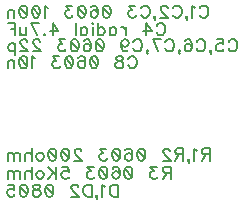
<source format=gbr>
G04 DipTrace 3.3.1.3*
G04 BottomSilk.gbr*
%MOIN*%
G04 #@! TF.FileFunction,Legend,Bot*
G04 #@! TF.Part,Single*
%ADD41C,0.007874*%
%FSLAX26Y26*%
G04*
G70*
G90*
G75*
G01*
G04 BotSilk*
%LPD*%
X1141301Y1137088D2*
D41*
X1143203Y1140891D1*
X1147049Y1144738D1*
X1150852Y1146639D1*
X1158501D1*
X1162348Y1144738D1*
X1166151Y1140891D1*
X1168096Y1137088D1*
X1169997Y1131340D1*
Y1121746D1*
X1168096Y1116042D1*
X1166151Y1112195D1*
X1162348Y1108392D1*
X1158501Y1106447D1*
X1150852D1*
X1147049Y1108392D1*
X1143203Y1112195D1*
X1141301Y1116042D1*
X1125553Y1138945D2*
X1121707Y1140891D1*
X1115959Y1146595D1*
Y1106447D1*
X1096364Y1108348D2*
X1098309Y1106447D1*
X1100211Y1108348D1*
X1098309Y1110294D1*
X1096364Y1108348D1*
Y1104546D1*
X1098309Y1100699D1*
X1100211Y1098798D1*
X1051920Y1137088D2*
X1053821Y1140891D1*
X1057668Y1144738D1*
X1061470Y1146639D1*
X1069120D1*
X1072966Y1144738D1*
X1076769Y1140891D1*
X1078715Y1137088D1*
X1080616Y1131340D1*
Y1121746D1*
X1078715Y1116042D1*
X1076769Y1112195D1*
X1072966Y1108392D1*
X1069120Y1106447D1*
X1061470D1*
X1057668Y1108392D1*
X1053821Y1112195D1*
X1051920Y1116042D1*
X1034226Y1137044D2*
Y1138945D1*
X1032325Y1142792D1*
X1030424Y1144694D1*
X1026577Y1146595D1*
X1018928D1*
X1015125Y1144694D1*
X1013224Y1142792D1*
X1011278Y1138945D1*
Y1135143D1*
X1013224Y1131296D1*
X1017026Y1125592D1*
X1036172Y1106447D1*
X1009377D1*
X989782Y1108348D2*
X991728Y1106447D1*
X993629Y1108348D1*
X991728Y1110294D1*
X989782Y1108348D1*
Y1104546D1*
X991728Y1100699D1*
X993629Y1098798D1*
X945338Y1137088D2*
X947240Y1140891D1*
X951086Y1144738D1*
X954889Y1146639D1*
X962538D1*
X966385Y1144738D1*
X970188Y1140891D1*
X972133Y1137088D1*
X974034Y1131340D1*
Y1121746D1*
X972133Y1116042D1*
X970188Y1112195D1*
X966385Y1108392D1*
X962538Y1106447D1*
X954889D1*
X951086Y1108392D1*
X947240Y1112195D1*
X945338Y1116042D1*
X925744Y1146595D2*
X904741D1*
X916193Y1131296D1*
X910445D1*
X906642Y1129395D1*
X904741Y1127494D1*
X902796Y1121746D1*
Y1117943D1*
X904741Y1112195D1*
X908544Y1108348D1*
X914292Y1106447D1*
X920040D1*
X925744Y1108348D1*
X927645Y1110294D1*
X929590Y1114096D1*
X833274Y1146595D2*
X839022Y1144694D1*
X842869Y1138945D1*
X844770Y1129395D1*
Y1123647D1*
X842869Y1114096D1*
X839022Y1108348D1*
X833274Y1106447D1*
X829472D1*
X823724Y1108348D1*
X819921Y1114096D1*
X817976Y1123647D1*
Y1129395D1*
X819921Y1138945D1*
X823724Y1144694D1*
X829472Y1146595D1*
X833274D1*
X819921Y1138945D2*
X842869Y1114096D1*
X779280Y1140891D2*
X781181Y1144694D1*
X786929Y1146595D1*
X790731D1*
X796480Y1144694D1*
X800326Y1138945D1*
X802228Y1129395D1*
Y1119844D1*
X800326Y1112195D1*
X796480Y1108348D1*
X790731Y1106447D1*
X788830D1*
X783126Y1108348D1*
X779280Y1112195D1*
X777378Y1117943D1*
Y1119844D1*
X779280Y1125592D1*
X783126Y1129395D1*
X788830Y1131296D1*
X790731D1*
X796480Y1129395D1*
X800326Y1125592D1*
X802228Y1119844D1*
X750134Y1146595D2*
X755882Y1144694D1*
X759729Y1138945D1*
X761630Y1129395D1*
Y1123647D1*
X759729Y1114096D1*
X755882Y1108348D1*
X750134Y1106447D1*
X746332D1*
X740584Y1108348D1*
X736781Y1114096D1*
X734836Y1123647D1*
Y1129395D1*
X736781Y1138945D1*
X740584Y1144694D1*
X746332Y1146595D1*
X750134D1*
X736781Y1138945D2*
X759729Y1114096D1*
X715241Y1146595D2*
X694238D1*
X705690Y1131296D1*
X699942D1*
X696140Y1129395D1*
X694238Y1127494D1*
X692293Y1121746D1*
Y1117943D1*
X694238Y1112195D1*
X698041Y1108348D1*
X703789Y1106447D1*
X709537D1*
X715241Y1108348D1*
X717142Y1110294D1*
X719088Y1114096D1*
X634268Y1138945D2*
X630421Y1140891D1*
X624673Y1146595D1*
Y1106447D1*
X597429Y1146595D2*
X603177Y1144694D1*
X607023Y1138945D1*
X608925Y1129395D1*
Y1123647D1*
X607023Y1114096D1*
X603177Y1108348D1*
X597429Y1106447D1*
X593626D1*
X587878Y1108348D1*
X584076Y1114096D1*
X582130Y1123647D1*
Y1129395D1*
X584076Y1138945D1*
X587878Y1144694D1*
X593626Y1146595D1*
X597429D1*
X584076Y1138945D2*
X607023Y1114096D1*
X554886Y1146595D2*
X560634Y1144694D1*
X564481Y1138945D1*
X566382Y1129395D1*
Y1123647D1*
X564481Y1114096D1*
X560634Y1108348D1*
X554886Y1106447D1*
X551083D1*
X545335Y1108348D1*
X541533Y1114096D1*
X539587Y1123647D1*
Y1129395D1*
X541533Y1138945D1*
X545335Y1144694D1*
X551083Y1146595D1*
X554886D1*
X541533Y1138945D2*
X564481Y1114096D1*
X523839Y1133242D2*
Y1106447D1*
Y1125592D2*
X518091Y1131340D1*
X514244Y1133242D1*
X508541D1*
X504694Y1131340D1*
X502793Y1125592D1*
Y1106447D1*
X997416Y1078333D2*
X999317Y1082135D1*
X1003164Y1085982D1*
X1006966Y1087883D1*
X1014616D1*
X1018462Y1085982D1*
X1022265Y1082135D1*
X1024210Y1078333D1*
X1026112Y1072584D1*
Y1062990D1*
X1024210Y1057286D1*
X1022265Y1053439D1*
X1018462Y1049637D1*
X1014616Y1047691D1*
X1006966D1*
X1003164Y1049637D1*
X999317Y1053439D1*
X997416Y1057286D1*
X962522Y1047691D2*
Y1087839D1*
X981668Y1061088D1*
X952972D1*
X894946Y1074486D2*
Y1047691D1*
Y1062990D2*
X893001Y1068738D1*
X889198Y1072584D1*
X885352Y1074486D1*
X879604D1*
X840908D2*
Y1047691D1*
Y1068738D2*
X844710Y1072584D1*
X848557Y1074486D1*
X854261D1*
X858108Y1072584D1*
X861910Y1068738D1*
X863856Y1062990D1*
Y1059187D1*
X861910Y1053439D1*
X858108Y1049637D1*
X854261Y1047691D1*
X848557D1*
X844710Y1049637D1*
X840908Y1053439D1*
X802212Y1087883D2*
Y1047691D1*
Y1068738D2*
X806014Y1072584D1*
X809861Y1074486D1*
X815609D1*
X819412Y1072584D1*
X823258Y1068738D1*
X825160Y1062990D1*
Y1059187D1*
X823258Y1053439D1*
X819412Y1049637D1*
X815609Y1047691D1*
X809861D1*
X806014Y1049637D1*
X802212Y1053439D1*
X786464Y1087883D2*
X784562Y1085982D1*
X782617Y1087883D1*
X784562Y1089829D1*
X786464Y1087883D1*
X784562Y1074486D2*
Y1047691D1*
X743921Y1074486D2*
Y1047691D1*
Y1068738D2*
X747724Y1072584D1*
X751570Y1074486D1*
X757274D1*
X761121Y1072584D1*
X764923Y1068738D1*
X766869Y1062990D1*
Y1059187D1*
X764923Y1053439D1*
X761121Y1049637D1*
X757274Y1047691D1*
X751570D1*
X747724Y1049637D1*
X743921Y1053439D1*
X728173Y1087883D2*
Y1047691D1*
X651002D2*
Y1087839D1*
X670147Y1061088D1*
X641452D1*
X623802Y1051538D2*
X625704Y1049592D1*
X623802Y1047691D1*
X621857Y1049592D1*
X623802Y1051538D1*
X598459Y1047691D2*
X579314Y1087839D1*
X606109D1*
X563566Y1074486D2*
Y1055340D1*
X561665Y1049637D1*
X557818Y1047691D1*
X552070D1*
X548267Y1049637D1*
X542519Y1055340D1*
Y1074486D2*
Y1047691D1*
X501878Y1087883D2*
X526771D1*
Y1047691D1*
Y1068738D2*
X511473D1*
X1174170Y650897D2*
X1156970D1*
X1151222Y652842D1*
X1149276Y654743D1*
X1147375Y658546D1*
Y662393D1*
X1149276Y666195D1*
X1151222Y668141D1*
X1156970Y670042D1*
X1174170D1*
Y629850D1*
X1160772Y650897D2*
X1147375Y629850D1*
X1131627Y662348D2*
X1127780Y664294D1*
X1122032Y669998D1*
Y629850D1*
X1102437Y631751D2*
X1104383Y629850D1*
X1106284Y631751D1*
X1104383Y633697D1*
X1102437Y631751D1*
Y627949D1*
X1104383Y624102D1*
X1106284Y622201D1*
X1086689Y650897D2*
X1069489D1*
X1063741Y652842D1*
X1061796Y654743D1*
X1059895Y658546D1*
Y662393D1*
X1061796Y666195D1*
X1063741Y668141D1*
X1069489Y670042D1*
X1086689D1*
Y629850D1*
X1073292Y650897D2*
X1059895Y629850D1*
X1042201Y660447D2*
Y662348D1*
X1040300Y666195D1*
X1038399Y668096D1*
X1034552Y669998D1*
X1026902D1*
X1023100Y668096D1*
X1021199Y666195D1*
X1019253Y662348D1*
Y658546D1*
X1021199Y654699D1*
X1025001Y648995D1*
X1044147Y629850D1*
X1017352D1*
X947830Y669998D2*
X953578Y668096D1*
X957425Y662348D1*
X959326Y652798D1*
Y647050D1*
X957425Y637499D1*
X953578Y631751D1*
X947830Y629850D1*
X944028D1*
X938280Y631751D1*
X934477Y637499D1*
X932532Y647050D1*
Y652798D1*
X934477Y662348D1*
X938280Y668096D1*
X944028Y669998D1*
X947830D1*
X934477Y662348D2*
X957425Y637499D1*
X893836Y664294D2*
X895737Y668096D1*
X901485Y669998D1*
X905288D1*
X911036Y668096D1*
X914882Y662348D1*
X916784Y652798D1*
Y643247D1*
X914882Y635598D1*
X911036Y631751D1*
X905288Y629850D1*
X903386D1*
X897683Y631751D1*
X893836Y635598D1*
X891935Y641346D1*
Y643247D1*
X893836Y648995D1*
X897683Y652798D1*
X903386Y654699D1*
X905288D1*
X911036Y652798D1*
X914882Y648995D1*
X916784Y643247D1*
X864690Y669998D2*
X870439Y668096D1*
X874285Y662348D1*
X876187Y652798D1*
Y647050D1*
X874285Y637499D1*
X870439Y631751D1*
X864690Y629850D1*
X860888D1*
X855140Y631751D1*
X851337Y637499D1*
X849392Y647050D1*
Y652798D1*
X851337Y662348D1*
X855140Y668096D1*
X860888Y669998D1*
X864690D1*
X851337Y662348D2*
X874285Y637499D1*
X829797Y669998D2*
X808795D1*
X820247Y654699D1*
X814498D1*
X810696Y652798D1*
X808795Y650897D1*
X806849Y645148D1*
Y641346D1*
X808795Y635598D1*
X812597Y631751D1*
X818345Y629850D1*
X824093D1*
X829797Y631751D1*
X831698Y633697D1*
X833644Y637499D1*
X746878Y660447D2*
Y662348D1*
X744977Y666195D1*
X743076Y668096D1*
X739229Y669998D1*
X731580D1*
X727777Y668096D1*
X725876Y666195D1*
X723930Y662348D1*
Y658546D1*
X725876Y654699D1*
X729678Y648995D1*
X748824Y629850D1*
X722029D1*
X694785Y669998D2*
X700533Y668096D1*
X704380Y662348D1*
X706281Y652798D1*
Y647050D1*
X704380Y637499D1*
X700533Y631751D1*
X694785Y629850D1*
X690982D1*
X685234Y631751D1*
X681432Y637499D1*
X679486Y647050D1*
Y652798D1*
X681432Y662348D1*
X685234Y668096D1*
X690982Y669998D1*
X694785D1*
X681432Y662348D2*
X704380Y637499D1*
X652242Y669998D2*
X657990Y668096D1*
X661837Y662348D1*
X663738Y652798D1*
Y647050D1*
X661837Y637499D1*
X657990Y631751D1*
X652242Y629850D1*
X648440D1*
X642692Y631751D1*
X638889Y637499D1*
X636944Y647050D1*
Y652798D1*
X638889Y662348D1*
X642692Y668096D1*
X648440Y669998D1*
X652242D1*
X638889Y662348D2*
X661837Y637499D1*
X611645Y656645D2*
X615448Y654743D1*
X619294Y650897D1*
X621196Y645148D1*
Y641346D1*
X619294Y635598D1*
X615448Y631795D1*
X611645Y629850D1*
X605897D1*
X602050Y631795D1*
X598248Y635598D1*
X596302Y641346D1*
Y645148D1*
X598248Y650897D1*
X602050Y654743D1*
X605897Y656645D1*
X611645D1*
X580554Y670042D2*
Y629850D1*
Y648995D2*
X574806Y654743D1*
X570959Y656645D1*
X565211D1*
X561409Y654743D1*
X559508Y648995D1*
Y629850D1*
X543760Y656645D2*
Y629850D1*
Y648995D2*
X538012Y654743D1*
X534165Y656645D1*
X528461D1*
X524614Y654743D1*
X522713Y648995D1*
Y629850D1*
Y648995D2*
X516965Y654743D1*
X513118Y656645D1*
X507414D1*
X503568Y654743D1*
X501622Y648995D1*
Y629850D1*
X1044147Y589675D2*
X1026947D1*
X1021199Y591620D1*
X1019253Y593522D1*
X1017352Y597324D1*
Y601171D1*
X1019253Y604973D1*
X1021199Y606919D1*
X1026947Y608820D1*
X1044147D1*
Y568628D1*
X1030749Y589675D2*
X1017352Y568628D1*
X997757Y608776D2*
X976755D1*
X988207Y593477D1*
X982459D1*
X978656Y591576D1*
X976755Y589675D1*
X974809Y583927D1*
Y580124D1*
X976755Y574376D1*
X980557Y570529D1*
X986305Y568628D1*
X992053D1*
X997757Y570529D1*
X999658Y572475D1*
X1001604Y576277D1*
X905288Y608776D2*
X911036Y606875D1*
X914882Y601127D1*
X916784Y591576D1*
Y585828D1*
X914882Y576277D1*
X911036Y570529D1*
X905288Y568628D1*
X901485D1*
X895737Y570529D1*
X891935Y576277D1*
X889989Y585828D1*
Y591576D1*
X891935Y601127D1*
X895737Y606875D1*
X901485Y608776D1*
X905288D1*
X891935Y601127D2*
X914882Y576277D1*
X851293Y603072D2*
X853194Y606875D1*
X858942Y608776D1*
X862745D1*
X868493Y606875D1*
X872340Y601127D1*
X874241Y591576D1*
Y582025D1*
X872340Y574376D1*
X868493Y570529D1*
X862745Y568628D1*
X860844D1*
X855140Y570529D1*
X851293Y574376D1*
X849392Y580124D1*
Y582025D1*
X851293Y587773D1*
X855140Y591576D1*
X860844Y593477D1*
X862745D1*
X868493Y591576D1*
X872340Y587773D1*
X874241Y582025D1*
X822148Y608776D2*
X827896Y606875D1*
X831743Y601127D1*
X833644Y591576D1*
Y585828D1*
X831743Y576277D1*
X827896Y570529D1*
X822148Y568628D1*
X818345D1*
X812597Y570529D1*
X808795Y576277D1*
X806849Y585828D1*
Y591576D1*
X808795Y601127D1*
X812597Y606875D1*
X818345Y608776D1*
X822148D1*
X808795Y601127D2*
X831743Y576277D1*
X787254Y608776D2*
X766252D1*
X777704Y593477D1*
X771956D1*
X768153Y591576D1*
X766252Y589675D1*
X764306Y583927D1*
Y580124D1*
X766252Y574376D1*
X770055Y570529D1*
X775803Y568628D1*
X781551D1*
X787254Y570529D1*
X789156Y572475D1*
X791101Y576277D1*
X683333Y608776D2*
X702434D1*
X704336Y591576D1*
X702434Y593477D1*
X696686Y595423D1*
X690982D1*
X685234Y593477D1*
X681388Y589675D1*
X679486Y583927D1*
Y580124D1*
X681388Y574376D1*
X685234Y570529D1*
X690982Y568628D1*
X696686D1*
X702434Y570529D1*
X704336Y572475D1*
X706281Y576277D1*
X663738Y608820D2*
Y568628D1*
X636944Y608820D2*
X663738Y582025D1*
X654188Y591620D2*
X636944Y568628D1*
X611645Y595423D2*
X615448Y593522D1*
X619294Y589675D1*
X621196Y583927D1*
Y580124D1*
X619294Y574376D1*
X615448Y570574D1*
X611645Y568628D1*
X605897D1*
X602050Y570574D1*
X598248Y574376D1*
X596302Y580124D1*
Y583927D1*
X598248Y589675D1*
X602050Y593522D1*
X605897Y595423D1*
X611645D1*
X580554Y608820D2*
Y568628D1*
Y587773D2*
X574806Y593522D1*
X570959Y595423D1*
X565211D1*
X561409Y593522D1*
X559508Y587773D1*
Y568628D1*
X543760Y595423D2*
Y568628D1*
Y587773D2*
X538012Y593522D1*
X534165Y595423D1*
X528461D1*
X524614Y593522D1*
X522713Y587773D1*
Y568628D1*
Y587773D2*
X516965Y593522D1*
X513118Y595423D1*
X507414D1*
X503568Y593522D1*
X501622Y587773D1*
Y568628D1*
X868115Y549819D2*
Y509627D1*
X854718D1*
X848970Y511572D1*
X845123Y515375D1*
X843222Y519222D1*
X841321Y524925D1*
Y534520D1*
X843222Y540268D1*
X845123Y544071D1*
X848970Y547918D1*
X854718Y549819D1*
X868115D1*
X825573Y542125D2*
X821726Y544071D1*
X815978Y549775D1*
Y509627D1*
X796383Y511528D2*
X798329Y509627D1*
X800230Y511528D1*
X798329Y513474D1*
X796383Y511528D1*
Y507726D1*
X798329Y503879D1*
X800230Y501977D1*
X780635Y549819D2*
Y509627D1*
X767238D1*
X761490Y511572D1*
X757643Y515375D1*
X755742Y519222D1*
X753840Y524925D1*
Y534520D1*
X755742Y540268D1*
X757643Y544071D1*
X761490Y547918D1*
X767238Y549819D1*
X780635D1*
X736147Y540224D2*
Y542125D1*
X734246Y545972D1*
X732344Y547873D1*
X728498Y549775D1*
X720848D1*
X717046Y547873D1*
X715144Y545972D1*
X713199Y542125D1*
Y538323D1*
X715144Y534476D1*
X718947Y528772D1*
X738092Y509627D1*
X711298D1*
X641776Y549775D2*
X647524Y547873D1*
X651371Y542125D1*
X653272Y532575D1*
Y526827D1*
X651371Y517276D1*
X647524Y511528D1*
X641776Y509627D1*
X637974D1*
X632226Y511528D1*
X628423Y517276D1*
X626478Y526827D1*
Y532575D1*
X628423Y542125D1*
X632226Y547873D1*
X637974Y549775D1*
X641776D1*
X628423Y542125D2*
X651371Y517276D1*
X601179Y549775D2*
X606883Y547873D1*
X608828Y544071D1*
Y540224D1*
X606883Y536421D1*
X603080Y534476D1*
X595431Y532575D1*
X589683Y530673D1*
X585880Y526827D1*
X583979Y523024D1*
Y517276D1*
X585880Y513474D1*
X587782Y511528D1*
X593530Y509627D1*
X601179D1*
X606883Y511528D1*
X608828Y513474D1*
X610730Y517276D1*
Y523024D1*
X608828Y526827D1*
X604982Y530673D1*
X599278Y532575D1*
X591628Y534476D1*
X587782Y536421D1*
X585880Y540224D1*
Y544071D1*
X587782Y547873D1*
X593530Y549775D1*
X601179D1*
X556735D2*
X562483Y547873D1*
X566330Y542125D1*
X568231Y532575D1*
Y526827D1*
X566330Y517276D1*
X562483Y511528D1*
X556735Y509627D1*
X552932D1*
X547184Y511528D1*
X543382Y517276D1*
X541436Y526827D1*
Y532575D1*
X543382Y542125D1*
X547184Y547873D1*
X552932Y549775D1*
X556735D1*
X543382Y542125D2*
X566330Y517276D1*
X502740Y549775D2*
X521842D1*
X523743Y532575D1*
X521842Y534476D1*
X516094Y536421D1*
X510390D1*
X504642Y534476D1*
X500795Y530673D1*
X498894Y524925D1*
Y521123D1*
X500795Y515375D1*
X504642Y511528D1*
X510390Y509627D1*
X516094D1*
X521842Y511528D1*
X523743Y513474D1*
X525688Y517276D1*
X1237839Y1024588D2*
X1239740Y1028391D1*
X1243587Y1032238D1*
X1247389Y1034139D1*
X1255039D1*
X1258885Y1032238D1*
X1262688Y1028391D1*
X1264633Y1024588D1*
X1266535Y1018840D1*
Y1009246D1*
X1264633Y1003542D1*
X1262688Y999695D1*
X1258885Y995892D1*
X1255039Y993947D1*
X1247389D1*
X1243587Y995892D1*
X1239740Y999695D1*
X1237839Y1003542D1*
X1199143Y1034095D2*
X1218244D1*
X1220145Y1016895D1*
X1218244Y1018796D1*
X1212496Y1020742D1*
X1206792D1*
X1201044Y1018796D1*
X1197197Y1014994D1*
X1195296Y1009246D1*
Y1005443D1*
X1197197Y999695D1*
X1201044Y995848D1*
X1206792Y993947D1*
X1212496D1*
X1218244Y995848D1*
X1220145Y997794D1*
X1222091Y1001596D1*
X1175701Y995848D2*
X1177647Y993947D1*
X1179548Y995848D1*
X1177647Y997794D1*
X1175701Y995848D1*
Y992046D1*
X1177647Y988199D1*
X1179548Y986298D1*
X1131257Y1024588D2*
X1133158Y1028391D1*
X1137005Y1032238D1*
X1140808Y1034139D1*
X1148457D1*
X1152304Y1032238D1*
X1156106Y1028391D1*
X1158052Y1024588D1*
X1159953Y1018840D1*
Y1009246D1*
X1158052Y1003542D1*
X1156106Y999695D1*
X1152304Y995892D1*
X1148457Y993947D1*
X1140808D1*
X1137005Y995892D1*
X1133158Y999695D1*
X1131257Y1003542D1*
X1092561Y1028391D2*
X1094463Y1032194D1*
X1100211Y1034095D1*
X1104013D1*
X1109761Y1032194D1*
X1113608Y1026445D1*
X1115509Y1016895D1*
Y1007344D1*
X1113608Y999695D1*
X1109761Y995848D1*
X1104013Y993947D1*
X1102112D1*
X1096408Y995848D1*
X1092561Y999695D1*
X1090660Y1005443D1*
Y1007344D1*
X1092561Y1013092D1*
X1096408Y1016895D1*
X1102112Y1018796D1*
X1104013D1*
X1109761Y1016895D1*
X1113608Y1013092D1*
X1115509Y1007344D1*
X1071065Y995848D2*
X1073011Y993947D1*
X1074912Y995848D1*
X1073011Y997794D1*
X1071065Y995848D1*
Y992046D1*
X1073011Y988199D1*
X1074912Y986298D1*
X1026621Y1024588D2*
X1028523Y1028391D1*
X1032369Y1032238D1*
X1036172Y1034139D1*
X1043821D1*
X1047668Y1032238D1*
X1051470Y1028391D1*
X1053416Y1024588D1*
X1055317Y1018840D1*
Y1009246D1*
X1053416Y1003542D1*
X1051470Y999695D1*
X1047668Y995892D1*
X1043821Y993947D1*
X1036172D1*
X1032369Y995892D1*
X1028523Y999695D1*
X1026621Y1003542D1*
X1003224Y993947D2*
X984079Y1034095D1*
X1010873D1*
X964484Y995848D2*
X966429Y993947D1*
X968331Y995848D1*
X966429Y997794D1*
X964484Y995848D1*
Y992046D1*
X966429Y988199D1*
X968331Y986298D1*
X920040Y1024588D2*
X921941Y1028391D1*
X925788Y1032238D1*
X929590Y1034139D1*
X937240D1*
X941086Y1032238D1*
X944889Y1028391D1*
X946834Y1024588D1*
X948736Y1018840D1*
Y1009246D1*
X946834Y1003542D1*
X944889Y999695D1*
X941086Y995892D1*
X937240Y993947D1*
X929590D1*
X925788Y995892D1*
X921941Y999695D1*
X920040Y1003542D1*
X879398Y1020742D2*
X881344Y1014994D1*
X885146Y1011147D1*
X890894Y1009246D1*
X892796D1*
X898544Y1011147D1*
X902346Y1014994D1*
X904292Y1020742D1*
Y1022643D1*
X902346Y1028391D1*
X898544Y1032194D1*
X892796Y1034095D1*
X890894D1*
X885146Y1032194D1*
X881344Y1028391D1*
X879398Y1020742D1*
Y1011147D1*
X881344Y1001596D1*
X885146Y995848D1*
X890894Y993947D1*
X894697D1*
X900445Y995848D1*
X902346Y999695D1*
X809877Y1034095D2*
X815625Y1032194D1*
X819472Y1026445D1*
X821373Y1016895D1*
Y1011147D1*
X819472Y1001596D1*
X815625Y995848D1*
X809877Y993947D1*
X806074D1*
X800326Y995848D1*
X796524Y1001596D1*
X794578Y1011147D1*
Y1016895D1*
X796524Y1026445D1*
X800326Y1032194D1*
X806074Y1034095D1*
X809877D1*
X796524Y1026445D2*
X819472Y1001596D1*
X755882Y1028391D2*
X757784Y1032194D1*
X763532Y1034095D1*
X767334D1*
X773082Y1032194D1*
X776929Y1026445D1*
X778830Y1016895D1*
Y1007344D1*
X776929Y999695D1*
X773082Y995848D1*
X767334Y993947D1*
X765433D1*
X759729Y995848D1*
X755882Y999695D1*
X753981Y1005443D1*
Y1007344D1*
X755882Y1013092D1*
X759729Y1016895D1*
X765433Y1018796D1*
X767334D1*
X773082Y1016895D1*
X776929Y1013092D1*
X778830Y1007344D1*
X726737Y1034095D2*
X732485Y1032194D1*
X736332Y1026445D1*
X738233Y1016895D1*
Y1011147D1*
X736332Y1001596D1*
X732485Y995848D1*
X726737Y993947D1*
X722934D1*
X717186Y995848D1*
X713384Y1001596D1*
X711438Y1011147D1*
Y1016895D1*
X713384Y1026445D1*
X717186Y1032194D1*
X722934Y1034095D1*
X726737D1*
X713384Y1026445D2*
X736332Y1001596D1*
X691844Y1034095D2*
X670841D1*
X682293Y1018796D1*
X676545D1*
X672742Y1016895D1*
X670841Y1014994D1*
X668896Y1009246D1*
Y1005443D1*
X670841Y999695D1*
X674644Y995848D1*
X680392Y993947D1*
X686140D1*
X691844Y995848D1*
X693745Y997794D1*
X695690Y1001596D1*
X608925Y1024544D2*
Y1026445D1*
X607023Y1030292D1*
X605122Y1032194D1*
X601275Y1034095D1*
X593626D1*
X589824Y1032194D1*
X587922Y1030292D1*
X585977Y1026445D1*
Y1022643D1*
X587922Y1018796D1*
X591725Y1013092D1*
X610870Y993947D1*
X584076D1*
X566382Y1024544D2*
Y1026445D1*
X564481Y1030292D1*
X562579Y1032194D1*
X558733Y1034095D1*
X551083D1*
X547281Y1032194D1*
X545380Y1030292D1*
X543434Y1026445D1*
Y1022643D1*
X545380Y1018796D1*
X549182Y1013092D1*
X568327Y993947D1*
X541533D1*
X525785Y1020742D2*
Y980550D1*
Y1014994D2*
X521938Y1018796D1*
X518135Y1020742D1*
X512387D1*
X508541Y1018796D1*
X504738Y1014994D1*
X502793Y1009246D1*
Y1005399D1*
X504738Y999695D1*
X508541Y995848D1*
X512387Y993947D1*
X518135D1*
X521938Y995848D1*
X525785Y999695D1*
X902751Y968339D2*
X904653Y972142D1*
X908499Y975988D1*
X912302Y977890D1*
X919951D1*
X923798Y975988D1*
X927601Y972142D1*
X929546Y968339D1*
X931447Y962591D1*
Y952996D1*
X929546Y947292D1*
X927601Y943446D1*
X923798Y939643D1*
X919951Y937698D1*
X912302D1*
X908499Y939643D1*
X904653Y943446D1*
X902751Y947292D1*
X877453Y977845D2*
X883157Y975944D1*
X885102Y972142D1*
Y968295D1*
X883157Y964492D1*
X879354Y962547D1*
X871705Y960646D1*
X865957Y958744D1*
X862154Y954898D1*
X860253Y951095D1*
Y945347D1*
X862154Y941544D1*
X864056Y939599D1*
X869804Y937698D1*
X877453D1*
X883157Y939599D1*
X885102Y941544D1*
X887003Y945347D1*
Y951095D1*
X885102Y954898D1*
X881255Y958744D1*
X875552Y960646D1*
X867902Y962547D1*
X864056Y964492D1*
X862154Y968295D1*
Y972142D1*
X864056Y975944D1*
X869804Y977845D1*
X877453D1*
X790731D2*
X796480Y975944D1*
X800326Y970196D1*
X802228Y960646D1*
Y954898D1*
X800326Y945347D1*
X796480Y939599D1*
X790731Y937698D1*
X786929D1*
X781181Y939599D1*
X777378Y945347D1*
X775433Y954898D1*
Y960646D1*
X777378Y970196D1*
X781181Y975944D1*
X786929Y977845D1*
X790731D1*
X777378Y970196D2*
X800326Y945347D1*
X736737Y972142D2*
X738638Y975944D1*
X744386Y977845D1*
X748189D1*
X753937Y975944D1*
X757784Y970196D1*
X759685Y960646D1*
Y951095D1*
X757784Y943446D1*
X753937Y939599D1*
X748189Y937698D1*
X746288D1*
X740584Y939599D1*
X736737Y943446D1*
X734836Y949194D1*
Y951095D1*
X736737Y956843D1*
X740584Y960646D1*
X746288Y962547D1*
X748189D1*
X753937Y960646D1*
X757784Y956843D1*
X759685Y951095D1*
X707592Y977845D2*
X713340Y975944D1*
X717186Y970196D1*
X719088Y960646D1*
Y954898D1*
X717186Y945347D1*
X713340Y939599D1*
X707592Y937698D1*
X703789D1*
X698041Y939599D1*
X694238Y945347D1*
X692293Y954898D1*
Y960646D1*
X694238Y970196D1*
X698041Y975944D1*
X703789Y977845D1*
X707592D1*
X694238Y970196D2*
X717186Y945347D1*
X672698Y977845D2*
X651696D1*
X663148Y962547D1*
X657400D1*
X653597Y960646D1*
X651696Y958744D1*
X649750Y952996D1*
Y949194D1*
X651696Y943446D1*
X655498Y939599D1*
X661246Y937698D1*
X666994D1*
X672698Y939599D1*
X674599Y941544D1*
X676545Y945347D1*
X591725Y970196D2*
X587878Y972142D1*
X582130Y977845D1*
Y937698D1*
X554886Y977845D2*
X560634Y975944D1*
X564481Y970196D1*
X566382Y960646D1*
Y954898D1*
X564481Y945347D1*
X560634Y939599D1*
X554886Y937698D1*
X551083D1*
X545335Y939599D1*
X541533Y945347D1*
X539587Y954898D1*
Y960646D1*
X541533Y970196D1*
X545335Y975944D1*
X551083Y977845D1*
X554886D1*
X541533Y970196D2*
X564481Y945347D1*
X523839Y964492D2*
Y937698D1*
Y956843D2*
X518091Y962591D1*
X514244Y964492D1*
X508541D1*
X504694Y962591D1*
X502793Y956843D1*
Y937698D1*
M02*

</source>
